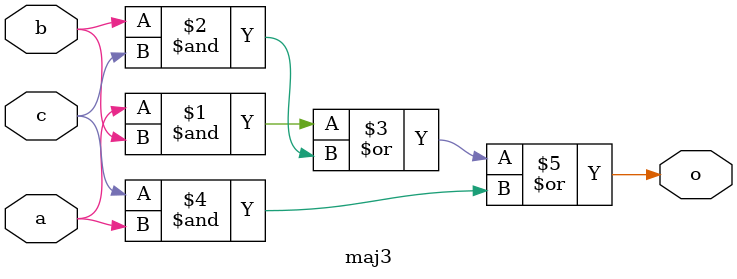
<source format=v>
module xor2 (output o, input a, b);

assign o = a ^ b;

endmodule

module xnor2 (output o, input a, b);

assign o = !(a ^ b);

endmodule

module xor3 (output o, input a, b, c);

assign o = a ^ b ^ c;

endmodule

module xnor3 (output o, input a, b, c);

assign o = !(a ^ b ^ c);

endmodule

module maj3 (output o, input a, b, c);

assign o = (a & b) | (b & c) | (c & a);

endmodule 

</source>
